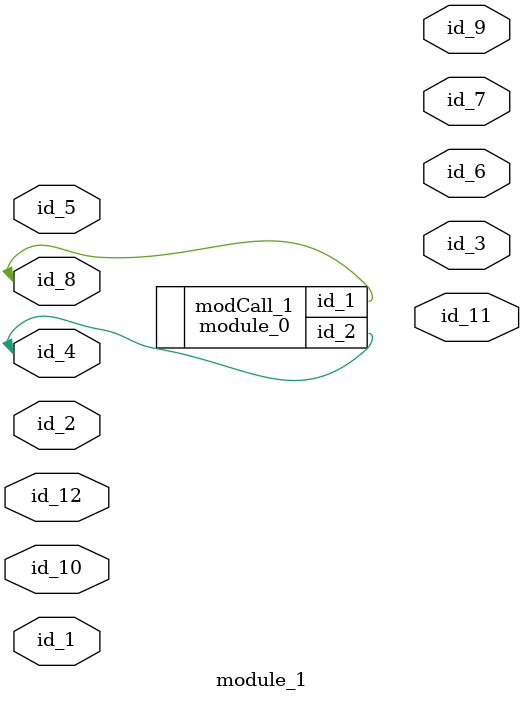
<source format=v>
module module_0 (
    id_1,
    id_2
);
  inout wire id_2;
  inout wire id_1;
  wire id_3 = id_2, id_4, id_5;
endmodule
module module_1 (
    id_1,
    id_2,
    id_3,
    id_4,
    id_5,
    id_6,
    id_7,
    id_8,
    id_9,
    id_10,
    id_11,
    id_12
);
  inout wire id_12;
  output wire id_11;
  input wire id_10;
  output wire id_9;
  inout wire id_8;
  output wire id_7;
  output wire id_6;
  input wire id_5;
  inout wire id_4;
  output wire id_3;
  inout wire id_2;
  inout wire id_1;
  module_0 modCall_1 (
      id_8,
      id_4
  );
endmodule

</source>
